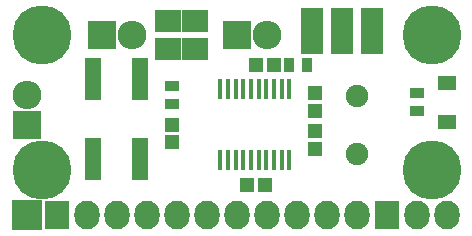
<source format=gbr>
G04 #@! TF.FileFunction,Soldermask,Top*
%FSLAX46Y46*%
G04 Gerber Fmt 4.6, Leading zero omitted, Abs format (unit mm)*
G04 Created by KiCad (PCBNEW 0.201603031449+6606~43~ubuntu14.04.1-product) date mar. 08 mars 2016 23:21:37 CET*
%MOMM*%
G01*
G04 APERTURE LIST*
%ADD10C,0.100000*%
%ADD11R,0.900000X1.300000*%
%ADD12R,0.452400X1.752400*%
%ADD13C,5.000000*%
%ADD14C,1.901140*%
%ADD15R,1.400000X3.600000*%
%ADD16R,2.432000X2.432000*%
%ADD17O,2.432000X2.432000*%
%ADD18R,1.300000X0.900000*%
%ADD19R,1.150000X1.200000*%
%ADD20R,2.635200X2.635200*%
%ADD21R,2.127200X2.432000*%
%ADD22O,2.127200X2.432000*%
%ADD23R,1.200000X1.150000*%
%ADD24R,2.200860X1.949400*%
%ADD25R,1.620000X1.310000*%
%ADD26R,1.924000X3.900000*%
%ADD27R,1.924000X3.400000*%
G04 APERTURE END LIST*
D10*
D11*
X139250000Y-106680000D03*
X137750000Y-106680000D03*
D12*
X137145000Y-114700000D03*
X137795000Y-114700000D03*
X136495000Y-114700000D03*
X135845000Y-114700000D03*
X135195000Y-114700000D03*
X134545000Y-114700000D03*
X133895000Y-114700000D03*
X133245000Y-114700000D03*
X131945000Y-108700000D03*
X132595000Y-108700000D03*
X133245000Y-108700000D03*
X133895000Y-108700000D03*
X137795000Y-108700000D03*
X137145000Y-108700000D03*
X136495000Y-108700000D03*
X135845000Y-108700000D03*
X135195000Y-108700000D03*
X134545000Y-108700000D03*
X132595000Y-114700000D03*
X131945000Y-114700000D03*
D13*
X149860000Y-104140000D03*
X116840000Y-104140000D03*
D14*
X143510000Y-109309060D03*
X143510000Y-114190940D03*
D15*
X121190000Y-107850000D03*
X121190000Y-114650000D03*
X125190000Y-114650000D03*
X125190000Y-107850000D03*
D16*
X121920000Y-104140000D03*
D17*
X124460000Y-104140000D03*
D16*
X133350000Y-104140000D03*
D17*
X135890000Y-104140000D03*
D16*
X115570000Y-111760000D03*
D17*
X115570000Y-109220000D03*
D18*
X127889000Y-108470000D03*
X127889000Y-109970000D03*
D19*
X139954000Y-109105000D03*
X139954000Y-110605000D03*
X139954000Y-113780000D03*
X139954000Y-112280000D03*
X127889000Y-111750000D03*
X127889000Y-113250000D03*
D20*
X115570000Y-119380000D03*
D21*
X146050000Y-119380000D03*
D22*
X148590000Y-119380000D03*
X151130000Y-119380000D03*
D23*
X135750000Y-116840000D03*
X134250000Y-116840000D03*
X135000000Y-106680000D03*
X136500000Y-106680000D03*
D24*
X127508000Y-105316020D03*
X127508000Y-102963980D03*
X129794000Y-105316020D03*
X129794000Y-102963980D03*
D21*
X118110000Y-119380000D03*
D22*
X120650000Y-119380000D03*
X123190000Y-119380000D03*
X125730000Y-119380000D03*
X128270000Y-119380000D03*
X130810000Y-119380000D03*
X133350000Y-119380000D03*
X135890000Y-119380000D03*
X138430000Y-119380000D03*
X140970000Y-119380000D03*
X143510000Y-119380000D03*
D18*
X148590000Y-110605000D03*
X148590000Y-109105000D03*
D25*
X151130000Y-111490000D03*
X151130000Y-108220000D03*
D26*
X139700000Y-103850000D03*
X142240000Y-103850000D03*
X144780000Y-103850000D03*
D27*
X139700000Y-103850000D03*
D26*
X142240000Y-103850000D03*
X144780000Y-103850000D03*
D13*
X149860000Y-115570000D03*
X116840000Y-115570000D03*
M02*

</source>
